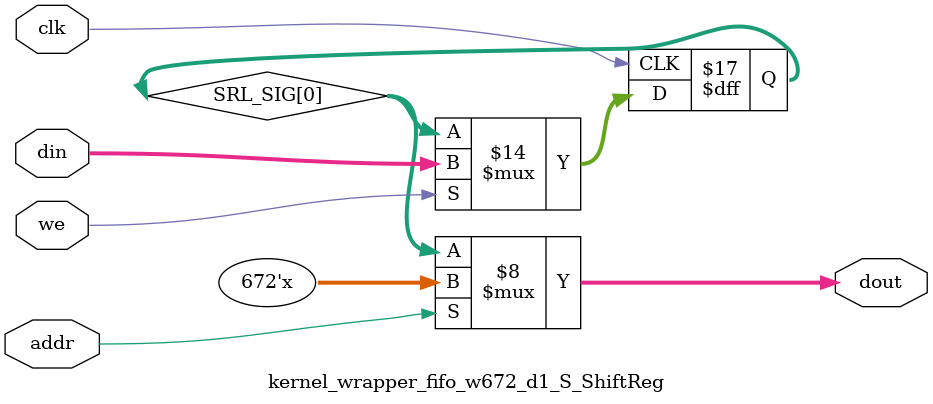
<source format=v>

`timescale 1 ns / 1 ps

module kernel_wrapper_fifo_w672_d1_S
#(parameter
    MEM_STYLE   = "shiftReg",
    DATA_WIDTH  = 672,
    ADDR_WIDTH  = 1,
    DEPTH       = 1)
(
    // system signal
    input  wire                  clk,
    input  wire                  reset,

    // write
    output wire                  if_full_n,
    input  wire                  if_write_ce,
    input  wire                  if_write,
    input  wire [DATA_WIDTH-1:0] if_din,
    
    // read 
    output wire [ADDR_WIDTH:0]   if_num_data_valid, // for FRP
    output wire [ADDR_WIDTH:0]   if_fifo_cap,       // for FRP
    output wire                  if_empty_n,
    input  wire                  if_read_ce,
    input  wire                  if_read,
    output wire [DATA_WIDTH-1:0] if_dout
);
//------------------------Parameter----------------------

//------------------------Local signal-------------------
wire [ADDR_WIDTH-1:0] addr;
wire                  push;
wire                  pop;
reg signed [ADDR_WIDTH:0]   mOutPtr;
reg                   empty_n = 1'b0;
reg                   full_n  = 1'b1;
// with almost full?  no 
//------------------------Instantiation------------------
kernel_wrapper_fifo_w672_d1_S_ShiftReg 
#(  .DATA_WIDTH (DATA_WIDTH),
    .ADDR_WIDTH (ADDR_WIDTH),
    .DEPTH      (DEPTH))
U_kernel_wrapper_fifo_w672_d1_S_ShiftReg (
    .clk        (clk),
    .we         (push),
    .addr       (addr),
    .din        (if_din),
    .dout       (if_dout)
);
//------------------------Task and function--------------

//------------------------Body---------------------------
// has num_data_valid ? 
assign if_num_data_valid = mOutPtr + 1'b1; // yes
assign if_fifo_cap = DEPTH; // yes 

// has almost full ? 
assign if_full_n  = full_n; //no 
assign if_empty_n = empty_n;

assign push = (if_write & if_write_ce) & full_n;
assign pop  = (if_read & if_read_ce) & empty_n;
assign addr = mOutPtr[ADDR_WIDTH] == 1'b0 ? mOutPtr[ADDR_WIDTH-1:0]:{ADDR_WIDTH{1'b0}};

// full_n
always @(posedge clk ) begin
    if (reset == 1'b1)
        full_n <= 1'b1;
    else if (push & ~pop) begin
        if (mOutPtr == DEPTH - 2)
            full_n <= 1'b0;
    end
    else if (~push & pop)
        full_n <= 1'b1;
end

// almost_full_n 

// empty_n
always @(posedge clk ) begin
    if (reset == 1'b1)
        empty_n <= 1'b0;
    else if (push & ~pop)
        empty_n <= 1'b1;
    else if (~push & pop) begin
        if (mOutPtr == 0)
            empty_n <= 1'b0;
    end
end

// mOutPtr
always @(posedge clk ) begin
    if (reset == 1'b1)
        mOutPtr <= {ADDR_WIDTH+1{1'b1}};
    else if (push & ~pop)
        mOutPtr <= mOutPtr + 1'b1;
    else if (~push & pop)
        mOutPtr <= mOutPtr - 1'b1;
end

endmodule  


module kernel_wrapper_fifo_w672_d1_S_ShiftReg
#(parameter
    DATA_WIDTH  = 672,
    ADDR_WIDTH  = 1,
    DEPTH       = 1)
(
    input  wire                  clk,
    input  wire                  we,
    input  wire [ADDR_WIDTH-1:0] addr,
    input  wire [DATA_WIDTH-1:0] din,
    output wire [DATA_WIDTH-1:0] dout
);

reg [DATA_WIDTH-1:0] SRL_SIG [0:DEPTH-1];
integer i;

always @ (posedge clk) begin
    if (we) begin
        for (i=0; i<DEPTH-1; i=i+1)
            SRL_SIG[i+1] <= SRL_SIG[i];
        SRL_SIG[0] <= din;
    end
end

assign dout = SRL_SIG[addr];

endmodule

</source>
